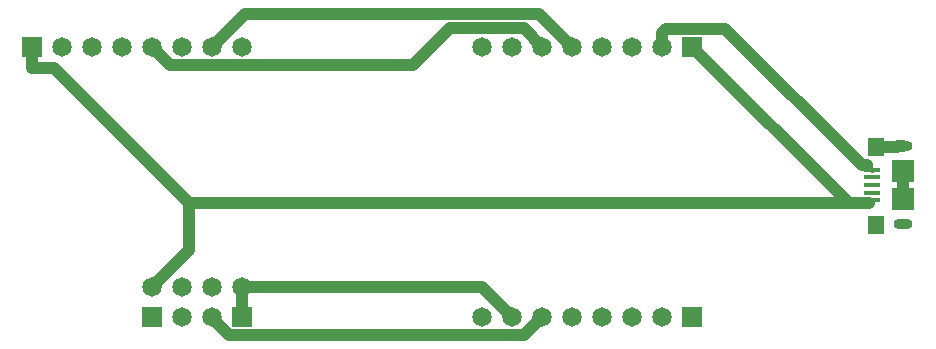
<source format=gtl>
G04 #@! TF.GenerationSoftware,KiCad,Pcbnew,(5.1.7)-1*
G04 #@! TF.CreationDate,2020-12-20T14:57:21+09:00*
G04 #@! TF.ProjectId,pcbkicad,7063626b-6963-4616-942e-6b696361645f,rev?*
G04 #@! TF.SameCoordinates,Original*
G04 #@! TF.FileFunction,Copper,L1,Top*
G04 #@! TF.FilePolarity,Positive*
%FSLAX46Y46*%
G04 Gerber Fmt 4.6, Leading zero omitted, Abs format (unit mm)*
G04 Created by KiCad (PCBNEW (5.1.7)-1) date 2020-12-20 14:57:21*
%MOMM*%
%LPD*%
G01*
G04 APERTURE LIST*
G04 #@! TA.AperFunction,SMDPad,CuDef*
%ADD10R,1.400000X1.600000*%
G04 #@! TD*
G04 #@! TA.AperFunction,ComponentPad*
%ADD11O,1.600000X0.900000*%
G04 #@! TD*
G04 #@! TA.AperFunction,SMDPad,CuDef*
%ADD12R,1.900000X1.900000*%
G04 #@! TD*
G04 #@! TA.AperFunction,SMDPad,CuDef*
%ADD13R,1.350000X0.400000*%
G04 #@! TD*
G04 #@! TA.AperFunction,ComponentPad*
%ADD14R,1.651000X1.651000*%
G04 #@! TD*
G04 #@! TA.AperFunction,ComponentPad*
%ADD15C,1.651000*%
G04 #@! TD*
G04 #@! TA.AperFunction,Conductor*
%ADD16C,1.000000*%
G04 #@! TD*
G04 #@! TA.AperFunction,Conductor*
%ADD17C,0.399800*%
G04 #@! TD*
G04 APERTURE END LIST*
D10*
X184526080Y-87270000D03*
D11*
X186780000Y-87170000D03*
D12*
X186780000Y-89270000D03*
X186780000Y-91670000D03*
D11*
X186780000Y-93770000D03*
D10*
X184526080Y-93870000D03*
D13*
X184105000Y-89172060D03*
X184105000Y-89822300D03*
X184105000Y-90470000D03*
X184105000Y-91117700D03*
X184105000Y-91767940D03*
D14*
X130812000Y-101620000D03*
D15*
X128272000Y-101620000D03*
X125732000Y-101620000D03*
D14*
X123192000Y-101620000D03*
D15*
X123192000Y-99080000D03*
X125732000Y-99080000D03*
X128272000Y-99080000D03*
X130812000Y-99080000D03*
X151132000Y-101620000D03*
X153672000Y-101620000D03*
X156212000Y-101620000D03*
X158752000Y-101620000D03*
X161292000Y-101620000D03*
X163832000Y-101620000D03*
X166372000Y-101620000D03*
D14*
X168912000Y-101620000D03*
X168912000Y-78760500D03*
D15*
X166372000Y-78760500D03*
X163832000Y-78760500D03*
X161292000Y-78760500D03*
X158752000Y-78760500D03*
X156212000Y-78760500D03*
X153672000Y-78760500D03*
X151132000Y-78760500D03*
D14*
X113032000Y-78760500D03*
D15*
X115572000Y-78760500D03*
X118112000Y-78760500D03*
X120652000Y-78760500D03*
X123192000Y-78760500D03*
X125732000Y-78760500D03*
X128272000Y-78760500D03*
X130812000Y-78760500D03*
D16*
X123192000Y-78760500D02*
X124735600Y-80304100D01*
X124735600Y-80304100D02*
X145278200Y-80304100D01*
X145278200Y-80304100D02*
X148379200Y-77203100D01*
X148379200Y-77203100D02*
X154654600Y-77203100D01*
X154654600Y-77203100D02*
X156212000Y-78760500D01*
X158752000Y-78760500D02*
X155994300Y-76002800D01*
X155994300Y-76002800D02*
X131029700Y-76002800D01*
X131029700Y-76002800D02*
X128272000Y-78760500D01*
D17*
X183703300Y-88770400D02*
X184105000Y-89172100D01*
D16*
X183266478Y-88770400D02*
X183703300Y-88770400D01*
X171731077Y-77234999D02*
X183266478Y-88770400D01*
X166730068Y-77234999D02*
X171731077Y-77234999D01*
X166372000Y-77593067D02*
X166730068Y-77234999D01*
X166372000Y-78760500D02*
X166372000Y-77593067D01*
X178738100Y-92018100D02*
X183854800Y-92018100D01*
X126289600Y-92018100D02*
X178738100Y-92018100D01*
X113032000Y-80586000D02*
X114857500Y-80586000D01*
X114857500Y-80586000D02*
X126289600Y-92018100D01*
D17*
X183854800Y-92018100D02*
X184105000Y-91767900D01*
D16*
X126289600Y-92018100D02*
X126289600Y-95982400D01*
X126289600Y-95982400D02*
X123192000Y-99080000D01*
X113032000Y-78760500D02*
X113032000Y-80586000D01*
X182169600Y-92018100D02*
X183854800Y-92018100D01*
X168912000Y-78760500D02*
X182169600Y-92018100D01*
X156212000Y-101620000D02*
X154686100Y-103145900D01*
X154686100Y-103145900D02*
X129669900Y-103145900D01*
X129669900Y-103145900D02*
X128272000Y-101748000D01*
X128272000Y-101748000D02*
X128272000Y-101620000D01*
X130812000Y-99080000D02*
X130812000Y-99794500D01*
X153672000Y-101620000D02*
X151132000Y-99080000D01*
X151132000Y-99080000D02*
X130812000Y-99080000D01*
X130812000Y-101620000D02*
X130812000Y-99794500D01*
X186780000Y-91670000D02*
X186780000Y-89270000D01*
X184526100Y-87270000D02*
X186226100Y-87270000D01*
X186780000Y-87170000D02*
X186326100Y-87170000D01*
X186326100Y-87170000D02*
X186226100Y-87270000D01*
M02*

</source>
